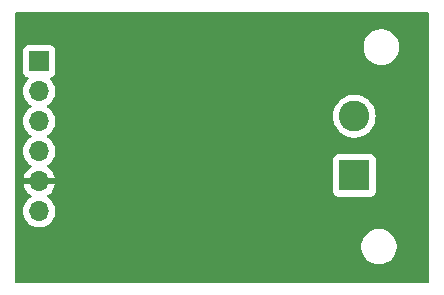
<source format=gbl>
G04 #@! TF.GenerationSoftware,KiCad,Pcbnew,7.0.2*
G04 #@! TF.CreationDate,2023-10-12T11:21:26+02:00*
G04 #@! TF.ProjectId,aansturing lamp pcb,61616e73-7475-4726-996e-67206c616d70,rev?*
G04 #@! TF.SameCoordinates,Original*
G04 #@! TF.FileFunction,Copper,L2,Bot*
G04 #@! TF.FilePolarity,Positive*
%FSLAX46Y46*%
G04 Gerber Fmt 4.6, Leading zero omitted, Abs format (unit mm)*
G04 Created by KiCad (PCBNEW 7.0.2) date 2023-10-12 11:21:26*
%MOMM*%
%LPD*%
G01*
G04 APERTURE LIST*
G04 #@! TA.AperFunction,ComponentPad*
%ADD10R,2.600000X2.600000*%
G04 #@! TD*
G04 #@! TA.AperFunction,ComponentPad*
%ADD11C,2.600000*%
G04 #@! TD*
G04 #@! TA.AperFunction,ComponentPad*
%ADD12R,1.700000X1.700000*%
G04 #@! TD*
G04 #@! TA.AperFunction,ComponentPad*
%ADD13O,1.700000X1.700000*%
G04 #@! TD*
G04 #@! TA.AperFunction,ViaPad*
%ADD14C,0.800000*%
G04 #@! TD*
G04 APERTURE END LIST*
D10*
X108712000Y-85852000D03*
D11*
X108712000Y-80852000D03*
D12*
X82042000Y-76200000D03*
D13*
X82042000Y-78740000D03*
X82042000Y-81280000D03*
X82042000Y-83820000D03*
X82042000Y-86360000D03*
X82042000Y-88900000D03*
D14*
X93980000Y-73279000D03*
G04 #@! TA.AperFunction,Conductor*
G36*
X114942539Y-72020185D02*
G01*
X114988294Y-72072989D01*
X114999500Y-72124500D01*
X114999500Y-94872000D01*
X114979815Y-94939039D01*
X114927011Y-94984794D01*
X114875500Y-94996000D01*
X80134000Y-94996000D01*
X80066961Y-94976315D01*
X80021206Y-94923511D01*
X80010000Y-94872000D01*
X80010000Y-92024335D01*
X109299500Y-92024335D01*
X109340429Y-92269614D01*
X109421172Y-92504810D01*
X109539526Y-92723509D01*
X109539529Y-92723514D01*
X109675036Y-92897612D01*
X109692262Y-92919744D01*
X109875215Y-93088164D01*
X110083393Y-93224173D01*
X110311119Y-93324063D01*
X110552179Y-93385108D01*
X110737933Y-93400500D01*
X110740503Y-93400500D01*
X110859497Y-93400500D01*
X110862067Y-93400500D01*
X111047821Y-93385108D01*
X111288881Y-93324063D01*
X111516607Y-93224173D01*
X111724785Y-93088164D01*
X111907738Y-92919744D01*
X112060474Y-92723509D01*
X112178828Y-92504810D01*
X112259571Y-92269614D01*
X112300500Y-92024335D01*
X112300500Y-91775665D01*
X112259571Y-91530386D01*
X112178828Y-91295190D01*
X112060474Y-91076491D01*
X112060471Y-91076487D01*
X112060470Y-91076485D01*
X111907740Y-90880259D01*
X111907738Y-90880256D01*
X111724785Y-90711836D01*
X111516607Y-90575827D01*
X111516604Y-90575825D01*
X111391523Y-90520960D01*
X111288881Y-90475937D01*
X111108867Y-90430351D01*
X111047822Y-90414892D01*
X111013854Y-90412077D01*
X110862067Y-90399500D01*
X110737933Y-90399500D01*
X110620111Y-90409262D01*
X110552177Y-90414892D01*
X110430087Y-90445810D01*
X110311119Y-90475937D01*
X110311116Y-90475938D01*
X110311117Y-90475938D01*
X110083395Y-90575825D01*
X109944607Y-90666499D01*
X109875215Y-90711836D01*
X109875213Y-90711837D01*
X109875214Y-90711837D01*
X109692259Y-90880259D01*
X109539529Y-91076485D01*
X109421170Y-91295194D01*
X109340429Y-91530384D01*
X109340429Y-91530386D01*
X109299500Y-91775665D01*
X109299500Y-92024335D01*
X80010000Y-92024335D01*
X80010000Y-88900000D01*
X80678843Y-88900000D01*
X80697435Y-89124363D01*
X80752705Y-89342618D01*
X80843138Y-89548788D01*
X80843140Y-89548791D01*
X80966278Y-89737268D01*
X81118760Y-89902906D01*
X81296424Y-90041189D01*
X81494426Y-90148342D01*
X81707365Y-90221444D01*
X81929431Y-90258500D01*
X82154569Y-90258500D01*
X82376635Y-90221444D01*
X82589574Y-90148342D01*
X82787576Y-90041189D01*
X82965240Y-89902906D01*
X83117722Y-89737268D01*
X83240860Y-89548791D01*
X83331296Y-89342616D01*
X83386564Y-89124368D01*
X83405156Y-88900000D01*
X83386564Y-88675632D01*
X83331296Y-88457384D01*
X83240860Y-88251209D01*
X83117722Y-88062732D01*
X82965240Y-87897094D01*
X82826956Y-87789462D01*
X82787575Y-87758810D01*
X82744302Y-87735392D01*
X82694712Y-87686172D01*
X82679605Y-87617955D01*
X82703776Y-87552400D01*
X82732198Y-87524763D01*
X82913078Y-87398109D01*
X83080106Y-87231081D01*
X83101422Y-87200638D01*
X106903500Y-87200638D01*
X106903852Y-87203918D01*
X106903853Y-87203924D01*
X106910011Y-87261205D01*
X106961110Y-87398203D01*
X107048738Y-87515261D01*
X107165796Y-87602889D01*
X107302794Y-87653988D01*
X107302797Y-87653988D01*
X107302799Y-87653989D01*
X107363362Y-87660500D01*
X107366672Y-87660500D01*
X110057328Y-87660500D01*
X110060638Y-87660500D01*
X110121201Y-87653989D01*
X110121203Y-87653988D01*
X110121205Y-87653988D01*
X110217811Y-87617955D01*
X110258204Y-87602889D01*
X110375261Y-87515261D01*
X110462889Y-87398204D01*
X110513989Y-87261201D01*
X110520500Y-87200638D01*
X110520500Y-84503362D01*
X110513989Y-84442799D01*
X110513988Y-84442797D01*
X110513988Y-84442794D01*
X110462889Y-84305796D01*
X110375261Y-84188738D01*
X110258203Y-84101110D01*
X110121205Y-84050011D01*
X110063924Y-84043853D01*
X110063918Y-84043852D01*
X110060638Y-84043500D01*
X107363362Y-84043500D01*
X107360082Y-84043852D01*
X107360075Y-84043853D01*
X107302794Y-84050011D01*
X107165796Y-84101110D01*
X107048738Y-84188738D01*
X106961110Y-84305796D01*
X106910011Y-84442794D01*
X106903853Y-84500075D01*
X106903500Y-84503362D01*
X106903500Y-87200638D01*
X83101422Y-87200638D01*
X83215600Y-87037576D01*
X83315430Y-86823492D01*
X83372636Y-86610000D01*
X82475686Y-86610000D01*
X82501493Y-86569844D01*
X82542000Y-86431889D01*
X82542000Y-86288111D01*
X82501493Y-86150156D01*
X82475686Y-86110000D01*
X83372636Y-86110000D01*
X83372635Y-86109999D01*
X83315430Y-85896507D01*
X83215599Y-85682421D01*
X83080109Y-85488921D01*
X82913081Y-85321893D01*
X82732197Y-85195236D01*
X82688572Y-85140659D01*
X82681380Y-85071160D01*
X82712902Y-85008806D01*
X82744301Y-84984607D01*
X82787576Y-84961189D01*
X82965240Y-84822906D01*
X83117722Y-84657268D01*
X83240860Y-84468791D01*
X83331296Y-84262616D01*
X83386564Y-84044368D01*
X83405156Y-83820000D01*
X83386564Y-83595632D01*
X83331296Y-83377384D01*
X83240860Y-83171209D01*
X83117722Y-82982732D01*
X82965240Y-82817094D01*
X82787576Y-82678811D01*
X82751067Y-82659053D01*
X82701478Y-82609836D01*
X82686370Y-82541619D01*
X82710540Y-82476063D01*
X82751067Y-82440946D01*
X82787576Y-82421189D01*
X82965240Y-82282906D01*
X83117722Y-82117268D01*
X83240860Y-81928791D01*
X83331296Y-81722616D01*
X83386564Y-81504368D01*
X83405156Y-81280000D01*
X83386564Y-81055632D01*
X83334997Y-80852000D01*
X106898428Y-80852000D01*
X106918684Y-81122297D01*
X106979001Y-81386561D01*
X107025237Y-81504368D01*
X107078029Y-81638879D01*
X107213557Y-81873621D01*
X107382558Y-82085542D01*
X107581257Y-82269907D01*
X107805215Y-82422599D01*
X108049428Y-82540206D01*
X108275164Y-82609836D01*
X108308442Y-82620101D01*
X108576471Y-82660500D01*
X108576472Y-82660500D01*
X108847529Y-82660500D01*
X108981543Y-82640300D01*
X109115558Y-82620101D01*
X109374572Y-82540206D01*
X109618786Y-82422599D01*
X109842743Y-82269907D01*
X109842746Y-82269903D01*
X109842749Y-82269902D01*
X110007249Y-82117268D01*
X110041442Y-82085542D01*
X110210443Y-81873621D01*
X110345971Y-81638879D01*
X110444999Y-81386559D01*
X110505315Y-81122299D01*
X110525571Y-80852000D01*
X110524475Y-80837381D01*
X110505315Y-80581702D01*
X110473596Y-80442732D01*
X110444999Y-80317441D01*
X110345971Y-80065121D01*
X110210443Y-79830379D01*
X110041442Y-79618458D01*
X109997050Y-79577268D01*
X109842749Y-79434097D01*
X109776293Y-79388788D01*
X109618786Y-79281401D01*
X109374572Y-79163794D01*
X109294676Y-79139149D01*
X109115557Y-79083898D01*
X108847529Y-79043500D01*
X108847528Y-79043500D01*
X108576472Y-79043500D01*
X108576471Y-79043500D01*
X108308442Y-79083898D01*
X108049428Y-79163794D01*
X107805217Y-79281399D01*
X107581255Y-79434094D01*
X107382558Y-79618458D01*
X107213556Y-79830380D01*
X107078028Y-80065122D01*
X106979001Y-80317438D01*
X106918684Y-80581702D01*
X106898428Y-80852000D01*
X83334997Y-80852000D01*
X83331296Y-80837384D01*
X83240860Y-80631209D01*
X83117722Y-80442732D01*
X82965240Y-80277094D01*
X82787576Y-80138811D01*
X82751067Y-80119053D01*
X82701478Y-80069836D01*
X82686370Y-80001619D01*
X82710540Y-79936063D01*
X82751067Y-79900946D01*
X82787576Y-79881189D01*
X82965240Y-79742906D01*
X83117722Y-79577268D01*
X83240860Y-79388791D01*
X83331296Y-79182616D01*
X83386564Y-78964368D01*
X83405156Y-78740000D01*
X83386564Y-78515632D01*
X83331296Y-78297384D01*
X83240860Y-78091209D01*
X83117722Y-77902732D01*
X83117721Y-77902731D01*
X83117718Y-77902726D01*
X82972510Y-77744990D01*
X82941587Y-77682336D01*
X82949447Y-77612910D01*
X82993594Y-77558754D01*
X83020396Y-77544829D01*
X83138204Y-77500889D01*
X83255261Y-77413261D01*
X83342889Y-77296204D01*
X83393989Y-77159201D01*
X83400500Y-77098638D01*
X83400500Y-75301362D01*
X83393989Y-75240799D01*
X83393988Y-75240797D01*
X83393988Y-75240794D01*
X83350550Y-75124335D01*
X109499500Y-75124335D01*
X109540429Y-75369614D01*
X109621172Y-75604810D01*
X109739526Y-75823509D01*
X109739529Y-75823514D01*
X109875036Y-75997612D01*
X109892262Y-76019744D01*
X110075215Y-76188164D01*
X110283393Y-76324173D01*
X110511119Y-76424063D01*
X110752179Y-76485108D01*
X110937933Y-76500500D01*
X110940503Y-76500500D01*
X111059497Y-76500500D01*
X111062067Y-76500500D01*
X111247821Y-76485108D01*
X111488881Y-76424063D01*
X111716607Y-76324173D01*
X111924785Y-76188164D01*
X112107738Y-76019744D01*
X112260474Y-75823509D01*
X112378828Y-75604810D01*
X112459571Y-75369614D01*
X112500500Y-75124335D01*
X112500500Y-74875665D01*
X112459571Y-74630386D01*
X112378828Y-74395190D01*
X112260474Y-74176491D01*
X112260471Y-74176487D01*
X112260470Y-74176485D01*
X112107740Y-73980259D01*
X112107738Y-73980256D01*
X111924785Y-73811836D01*
X111716607Y-73675827D01*
X111716604Y-73675825D01*
X111591523Y-73620960D01*
X111488881Y-73575937D01*
X111308867Y-73530351D01*
X111247822Y-73514892D01*
X111213854Y-73512077D01*
X111062067Y-73499500D01*
X110937933Y-73499500D01*
X110820111Y-73509262D01*
X110752177Y-73514892D01*
X110630087Y-73545810D01*
X110511119Y-73575937D01*
X110511116Y-73575938D01*
X110511117Y-73575938D01*
X110283395Y-73675825D01*
X110144607Y-73766499D01*
X110075215Y-73811836D01*
X110075213Y-73811837D01*
X110075214Y-73811837D01*
X109892259Y-73980259D01*
X109739529Y-74176485D01*
X109621170Y-74395194D01*
X109540429Y-74630384D01*
X109540429Y-74630386D01*
X109499500Y-74875665D01*
X109499500Y-75124335D01*
X83350550Y-75124335D01*
X83342889Y-75103796D01*
X83255261Y-74986738D01*
X83138203Y-74899110D01*
X83001205Y-74848011D01*
X82943924Y-74841853D01*
X82943918Y-74841852D01*
X82940638Y-74841500D01*
X81143362Y-74841500D01*
X81140082Y-74841852D01*
X81140075Y-74841853D01*
X81082794Y-74848011D01*
X80945796Y-74899110D01*
X80828738Y-74986738D01*
X80741110Y-75103796D01*
X80690011Y-75240794D01*
X80683853Y-75298075D01*
X80683500Y-75301362D01*
X80683500Y-77098638D01*
X80683852Y-77101918D01*
X80683853Y-77101924D01*
X80690011Y-77159205D01*
X80741110Y-77296203D01*
X80828738Y-77413261D01*
X80945793Y-77500887D01*
X80945796Y-77500889D01*
X81063596Y-77544826D01*
X81119527Y-77586697D01*
X81143944Y-77652161D01*
X81129092Y-77720434D01*
X81111490Y-77744990D01*
X80966279Y-77902730D01*
X80843138Y-78091211D01*
X80752705Y-78297381D01*
X80697435Y-78515636D01*
X80678843Y-78740000D01*
X80697435Y-78964363D01*
X80697435Y-78964366D01*
X80697436Y-78964368D01*
X80727705Y-79083899D01*
X80752705Y-79182618D01*
X80843138Y-79388788D01*
X80843140Y-79388791D01*
X80966278Y-79577268D01*
X81118760Y-79742906D01*
X81296424Y-79881189D01*
X81296426Y-79881190D01*
X81332931Y-79900946D01*
X81382521Y-79950165D01*
X81397629Y-80018382D01*
X81373458Y-80083937D01*
X81332931Y-80119054D01*
X81296426Y-80138809D01*
X81118760Y-80277094D01*
X80966279Y-80442730D01*
X80843138Y-80631211D01*
X80752705Y-80837381D01*
X80697435Y-81055636D01*
X80678843Y-81280000D01*
X80697435Y-81504363D01*
X80697435Y-81504366D01*
X80697436Y-81504368D01*
X80731498Y-81638877D01*
X80752705Y-81722618D01*
X80843138Y-81928788D01*
X80843140Y-81928791D01*
X80966278Y-82117268D01*
X81118760Y-82282906D01*
X81296424Y-82421189D01*
X81299031Y-82422600D01*
X81332931Y-82440946D01*
X81382521Y-82490165D01*
X81397629Y-82558382D01*
X81373458Y-82623937D01*
X81332931Y-82659054D01*
X81296426Y-82678809D01*
X81118760Y-82817094D01*
X80966279Y-82982730D01*
X80843138Y-83171211D01*
X80752705Y-83377381D01*
X80697435Y-83595636D01*
X80678843Y-83820000D01*
X80697435Y-84044363D01*
X80697435Y-84044366D01*
X80697436Y-84044368D01*
X80711805Y-84101111D01*
X80752705Y-84262618D01*
X80843138Y-84468788D01*
X80843140Y-84468791D01*
X80966278Y-84657268D01*
X81118760Y-84822906D01*
X81296424Y-84961189D01*
X81339697Y-84984607D01*
X81389287Y-85033825D01*
X81404395Y-85102042D01*
X81380225Y-85167598D01*
X81351803Y-85195236D01*
X81170918Y-85321893D01*
X81003890Y-85488921D01*
X80868400Y-85682421D01*
X80768569Y-85896507D01*
X80711364Y-86109999D01*
X80711364Y-86110000D01*
X81608314Y-86110000D01*
X81582507Y-86150156D01*
X81542000Y-86288111D01*
X81542000Y-86431889D01*
X81582507Y-86569844D01*
X81608314Y-86610000D01*
X80711364Y-86610000D01*
X80768569Y-86823492D01*
X80868399Y-87037576D01*
X81003893Y-87231081D01*
X81170918Y-87398106D01*
X81351802Y-87524763D01*
X81395426Y-87579340D01*
X81402619Y-87648839D01*
X81371097Y-87711193D01*
X81339698Y-87735392D01*
X81296422Y-87758812D01*
X81118760Y-87897094D01*
X80966279Y-88062730D01*
X80843138Y-88251211D01*
X80752705Y-88457381D01*
X80697435Y-88675636D01*
X80678843Y-88900000D01*
X80010000Y-88900000D01*
X80010000Y-72124500D01*
X80029685Y-72057461D01*
X80082489Y-72011706D01*
X80134000Y-72000500D01*
X114875500Y-72000500D01*
X114942539Y-72020185D01*
G37*
G04 #@! TD.AperFunction*
M02*

</source>
